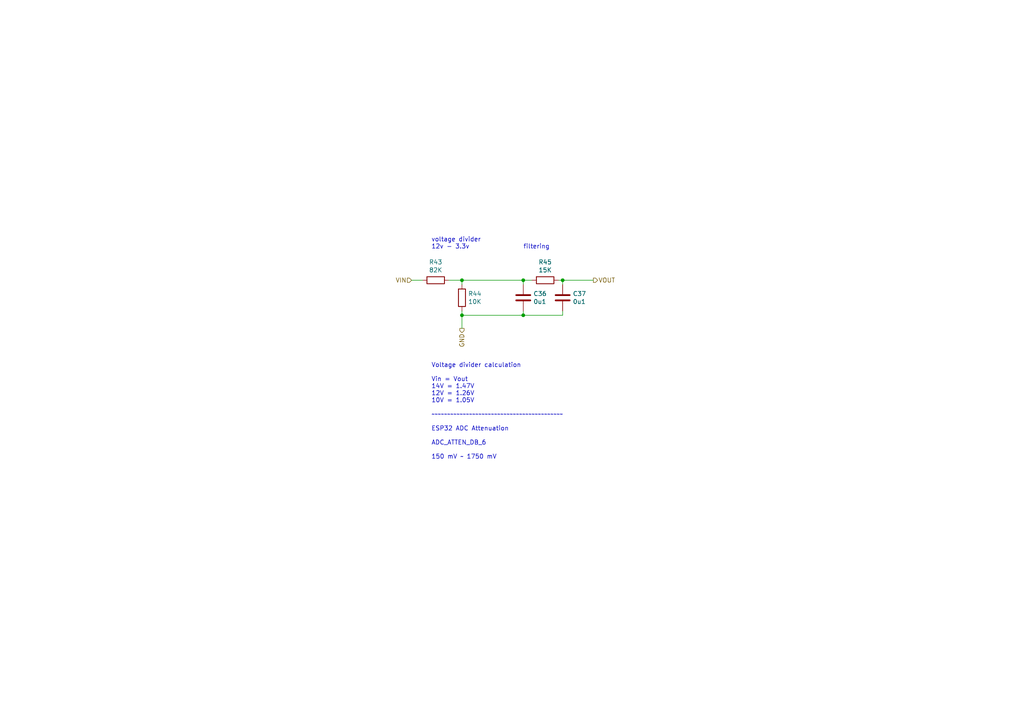
<source format=kicad_sch>
(kicad_sch (version 20211123) (generator eeschema)

  (uuid 591b8e72-abb8-4b4e-aabe-9746c596768f)

  (paper "A4")

  (title_block
    (title "CDH_ECU")
    (date "2022-03-06")
    (rev "1.2.3")
    (company "Daniel Edwards")
    (comment 1 "Chinese Diesel Heater - modern ECU replacement")
  )

  (lib_symbols
    (symbol "Device:C" (pin_numbers hide) (pin_names (offset 0.254)) (in_bom yes) (on_board yes)
      (property "Reference" "C" (id 0) (at 0.635 2.54 0)
        (effects (font (size 1.27 1.27)) (justify left))
      )
      (property "Value" "C" (id 1) (at 0.635 -2.54 0)
        (effects (font (size 1.27 1.27)) (justify left))
      )
      (property "Footprint" "" (id 2) (at 0.9652 -3.81 0)
        (effects (font (size 1.27 1.27)) hide)
      )
      (property "Datasheet" "~" (id 3) (at 0 0 0)
        (effects (font (size 1.27 1.27)) hide)
      )
      (property "ki_keywords" "cap capacitor" (id 4) (at 0 0 0)
        (effects (font (size 1.27 1.27)) hide)
      )
      (property "ki_description" "Unpolarized capacitor" (id 5) (at 0 0 0)
        (effects (font (size 1.27 1.27)) hide)
      )
      (property "ki_fp_filters" "C_*" (id 6) (at 0 0 0)
        (effects (font (size 1.27 1.27)) hide)
      )
      (symbol "C_0_1"
        (polyline
          (pts
            (xy -2.032 -0.762)
            (xy 2.032 -0.762)
          )
          (stroke (width 0.508) (type default) (color 0 0 0 0))
          (fill (type none))
        )
        (polyline
          (pts
            (xy -2.032 0.762)
            (xy 2.032 0.762)
          )
          (stroke (width 0.508) (type default) (color 0 0 0 0))
          (fill (type none))
        )
      )
      (symbol "C_1_1"
        (pin passive line (at 0 3.81 270) (length 2.794)
          (name "~" (effects (font (size 1.27 1.27))))
          (number "1" (effects (font (size 1.27 1.27))))
        )
        (pin passive line (at 0 -3.81 90) (length 2.794)
          (name "~" (effects (font (size 1.27 1.27))))
          (number "2" (effects (font (size 1.27 1.27))))
        )
      )
    )
    (symbol "Device:R" (pin_numbers hide) (pin_names (offset 0)) (in_bom yes) (on_board yes)
      (property "Reference" "R" (id 0) (at 2.032 0 90)
        (effects (font (size 1.27 1.27)))
      )
      (property "Value" "R" (id 1) (at 0 0 90)
        (effects (font (size 1.27 1.27)))
      )
      (property "Footprint" "" (id 2) (at -1.778 0 90)
        (effects (font (size 1.27 1.27)) hide)
      )
      (property "Datasheet" "~" (id 3) (at 0 0 0)
        (effects (font (size 1.27 1.27)) hide)
      )
      (property "ki_keywords" "R res resistor" (id 4) (at 0 0 0)
        (effects (font (size 1.27 1.27)) hide)
      )
      (property "ki_description" "Resistor" (id 5) (at 0 0 0)
        (effects (font (size 1.27 1.27)) hide)
      )
      (property "ki_fp_filters" "R_*" (id 6) (at 0 0 0)
        (effects (font (size 1.27 1.27)) hide)
      )
      (symbol "R_0_1"
        (rectangle (start -1.016 -2.54) (end 1.016 2.54)
          (stroke (width 0.254) (type default) (color 0 0 0 0))
          (fill (type none))
        )
      )
      (symbol "R_1_1"
        (pin passive line (at 0 3.81 270) (length 1.27)
          (name "~" (effects (font (size 1.27 1.27))))
          (number "1" (effects (font (size 1.27 1.27))))
        )
        (pin passive line (at 0 -3.81 90) (length 1.27)
          (name "~" (effects (font (size 1.27 1.27))))
          (number "2" (effects (font (size 1.27 1.27))))
        )
      )
    )
  )

  (junction (at 133.985 81.28) (diameter 0) (color 0 0 0 0)
    (uuid 0b071061-07cb-44c2-91fc-ec72d70ede7e)
  )
  (junction (at 151.765 91.44) (diameter 0) (color 0 0 0 0)
    (uuid 229edd6c-f095-48d0-9721-2248331eabb8)
  )
  (junction (at 133.985 91.44) (diameter 0) (color 0 0 0 0)
    (uuid 6d1504fc-9ebd-43c8-8750-c785a96de014)
  )
  (junction (at 163.195 81.28) (diameter 0) (color 0 0 0 0)
    (uuid aba2e80a-f8bf-4b0f-8a04-0e692d088831)
  )
  (junction (at 151.765 81.28) (diameter 0) (color 0 0 0 0)
    (uuid b5da9f30-9629-4fad-9b1f-c3e26beeb225)
  )

  (wire (pts (xy 133.985 90.17) (xy 133.985 91.44))
    (stroke (width 0) (type default) (color 0 0 0 0))
    (uuid 28155fae-b9f7-4c56-b833-7803f0d915c6)
  )
  (wire (pts (xy 133.985 91.44) (xy 133.985 95.25))
    (stroke (width 0) (type default) (color 0 0 0 0))
    (uuid 54c8e0af-e6c4-42d7-b2e7-7b354d0cb6c6)
  )
  (wire (pts (xy 130.175 81.28) (xy 133.985 81.28))
    (stroke (width 0) (type default) (color 0 0 0 0))
    (uuid 5cd5efbc-012e-41ae-a9fb-a921f463c40a)
  )
  (wire (pts (xy 161.925 81.28) (xy 163.195 81.28))
    (stroke (width 0) (type default) (color 0 0 0 0))
    (uuid 6e0b5745-670f-46ab-bb50-e1c621a6b76b)
  )
  (wire (pts (xy 163.195 82.55) (xy 163.195 81.28))
    (stroke (width 0) (type default) (color 0 0 0 0))
    (uuid 74fa1239-06e8-466b-adb0-053ab493b5b5)
  )
  (wire (pts (xy 151.765 82.55) (xy 151.765 81.28))
    (stroke (width 0) (type default) (color 0 0 0 0))
    (uuid 7ef6e062-b131-4149-9a32-b8c26edd8ebb)
  )
  (wire (pts (xy 163.195 81.28) (xy 172.085 81.28))
    (stroke (width 0) (type default) (color 0 0 0 0))
    (uuid 83614cb4-bd48-4c9d-906e-73fcbb07d008)
  )
  (wire (pts (xy 163.195 90.17) (xy 163.195 91.44))
    (stroke (width 0) (type default) (color 0 0 0 0))
    (uuid 8cbc3fad-c010-4e38-add5-b0c58a225fe2)
  )
  (wire (pts (xy 151.765 91.44) (xy 163.195 91.44))
    (stroke (width 0) (type default) (color 0 0 0 0))
    (uuid 905f4f7d-437e-4f51-b719-6003c7f7bb96)
  )
  (wire (pts (xy 133.985 82.55) (xy 133.985 81.28))
    (stroke (width 0) (type default) (color 0 0 0 0))
    (uuid 9ad12707-de99-4a5d-996e-76f46e798efe)
  )
  (wire (pts (xy 119.38 81.28) (xy 122.555 81.28))
    (stroke (width 0) (type default) (color 0 0 0 0))
    (uuid bcab9d3d-85f6-4af4-b43a-5c4c0fea3f62)
  )
  (wire (pts (xy 133.985 81.28) (xy 151.765 81.28))
    (stroke (width 0) (type default) (color 0 0 0 0))
    (uuid c4a82b9d-77ff-4153-9d12-0be64182be30)
  )
  (wire (pts (xy 151.765 90.17) (xy 151.765 91.44))
    (stroke (width 0) (type default) (color 0 0 0 0))
    (uuid c84bd85e-5b15-4c7e-97f6-21fe760be498)
  )
  (wire (pts (xy 151.765 81.28) (xy 154.305 81.28))
    (stroke (width 0) (type default) (color 0 0 0 0))
    (uuid d4934a9d-3d94-4067-a432-3499a23f769d)
  )
  (wire (pts (xy 133.985 91.44) (xy 151.765 91.44))
    (stroke (width 0) (type default) (color 0 0 0 0))
    (uuid eaab2373-1322-4aa1-a3d1-7f0cf5d2b82a)
  )

  (text "filtering" (at 151.765 72.39 0)
    (effects (font (size 1.27 1.27)) (justify left bottom))
    (uuid 29b629fb-39c7-4868-9944-d05dec889be1)
  )
  (text "Voltage divider calculation\n\nVin = Vout\n14V = 1.47V\n12V = 1.26V\n10V = 1.05V\n\n~~~~~~~~~~~~~~~~~~~~~~~~~~~~~~~~~~~~~~~~~~\n\nESP32 ADC Attenuation\n\nADC_ATTEN_DB_6\n\n150 mV ~ 1750 mV"
    (at 125.095 133.35 0)
    (effects (font (size 1.27 1.27)) (justify left bottom))
    (uuid 6e518aa7-8016-4a37-9125-575883f46186)
  )
  (text "voltage divider \n12v - 3.3v\n" (at 125.095 72.39 0)
    (effects (font (size 1.27 1.27)) (justify left bottom))
    (uuid ae82725c-ecf2-43af-b643-47ec0a4199d1)
  )

  (hierarchical_label "VIN" (shape input) (at 119.38 81.28 180)
    (effects (font (size 1.27 1.27)) (justify right))
    (uuid ace87529-fb67-4704-b0ee-45fcc7c0a387)
  )
  (hierarchical_label "VOUT" (shape output) (at 172.085 81.28 0)
    (effects (font (size 1.27 1.27)) (justify left))
    (uuid ee46f630-127f-4f95-9e6f-9f1414aaa194)
  )
  (hierarchical_label "GND" (shape output) (at 133.985 95.25 270)
    (effects (font (size 1.27 1.27)) (justify right))
    (uuid fe05f4bb-4f5d-4414-8fe3-38d90d4acaa3)
  )

  (symbol (lib_id "Device:R") (at 126.365 81.28 90) (unit 1)
    (in_bom yes) (on_board yes)
    (uuid 1e6f1722-70b5-4965-bb45-26ea016dd669)
    (property "Reference" "R43" (id 0) (at 126.365 76.0222 90))
    (property "Value" "82K" (id 1) (at 126.365 78.3336 90))
    (property "Footprint" "Resistor_SMD:R_0805_2012Metric" (id 2) (at 126.365 83.058 90)
      (effects (font (size 1.27 1.27)) hide)
    )
    (property "Datasheet" "~" (id 3) (at 126.365 81.28 0)
      (effects (font (size 1.27 1.27)) hide)
    )
    (pin "1" (uuid 5df2d3b6-64c9-445c-8fdc-577c9db86bfe))
    (pin "2" (uuid a5e4f3b0-4b42-46c6-88e1-541fc7d62153))
  )

  (symbol (lib_id "Device:C") (at 163.195 86.36 0) (unit 1)
    (in_bom yes) (on_board yes)
    (uuid 46919568-02a9-4f53-a663-0186204c3dfd)
    (property "Reference" "C37" (id 0) (at 166.116 85.1916 0)
      (effects (font (size 1.27 1.27)) (justify left))
    )
    (property "Value" "0u1" (id 1) (at 166.116 87.503 0)
      (effects (font (size 1.27 1.27)) (justify left))
    )
    (property "Footprint" "Capacitor_SMD:C_0805_2012Metric" (id 2) (at 164.1602 90.17 0)
      (effects (font (size 1.27 1.27)) hide)
    )
    (property "Datasheet" "~" (id 3) (at 163.195 86.36 0)
      (effects (font (size 1.27 1.27)) hide)
    )
    (pin "1" (uuid f0aa5fcf-4f42-4557-8b2b-7c20831bd168))
    (pin "2" (uuid 47f2e253-cb9c-4468-804e-c407310f1c79))
  )

  (symbol (lib_id "Device:R") (at 158.115 81.28 90) (unit 1)
    (in_bom yes) (on_board yes)
    (uuid c2b5a545-5490-4281-bf5e-738db3355ee5)
    (property "Reference" "R45" (id 0) (at 158.115 76.0222 90))
    (property "Value" "15K" (id 1) (at 158.115 78.3336 90))
    (property "Footprint" "Resistor_SMD:R_0805_2012Metric" (id 2) (at 158.115 83.058 90)
      (effects (font (size 1.27 1.27)) hide)
    )
    (property "Datasheet" "~" (id 3) (at 158.115 81.28 0)
      (effects (font (size 1.27 1.27)) hide)
    )
    (pin "1" (uuid da8ca264-5cd6-4f1e-ad2a-d92fa3673358))
    (pin "2" (uuid bdb067eb-db3e-4373-a3b6-6c9606004934))
  )

  (symbol (lib_id "Device:C") (at 151.765 86.36 0) (unit 1)
    (in_bom yes) (on_board yes)
    (uuid eb6de4e3-099b-4013-9987-452a78f3ef1a)
    (property "Reference" "C36" (id 0) (at 154.686 85.1916 0)
      (effects (font (size 1.27 1.27)) (justify left))
    )
    (property "Value" "0u1" (id 1) (at 154.686 87.503 0)
      (effects (font (size 1.27 1.27)) (justify left))
    )
    (property "Footprint" "Capacitor_SMD:C_0805_2012Metric" (id 2) (at 152.7302 90.17 0)
      (effects (font (size 1.27 1.27)) hide)
    )
    (property "Datasheet" "~" (id 3) (at 151.765 86.36 0)
      (effects (font (size 1.27 1.27)) hide)
    )
    (pin "1" (uuid cdac280a-e7d1-47ed-88e3-43f380fea06a))
    (pin "2" (uuid 68fc4795-bd3b-4953-a4a9-ecd0e44ad41c))
  )

  (symbol (lib_id "Device:R") (at 133.985 86.36 180) (unit 1)
    (in_bom yes) (on_board yes)
    (uuid ee91f68d-e7c1-4ab3-8cae-51fd0247d9ef)
    (property "Reference" "R44" (id 0) (at 135.763 85.1916 0)
      (effects (font (size 1.27 1.27)) (justify right))
    )
    (property "Value" "10K" (id 1) (at 135.763 87.503 0)
      (effects (font (size 1.27 1.27)) (justify right))
    )
    (property "Footprint" "Resistor_SMD:R_0805_2012Metric" (id 2) (at 135.763 86.36 90)
      (effects (font (size 1.27 1.27)) hide)
    )
    (property "Datasheet" "~" (id 3) (at 133.985 86.36 0)
      (effects (font (size 1.27 1.27)) hide)
    )
    (pin "1" (uuid b774e4f4-8e5a-477e-a412-2548b86673c5))
    (pin "2" (uuid db869825-ff75-439a-8776-c42541bdebc7))
  )
)

</source>
